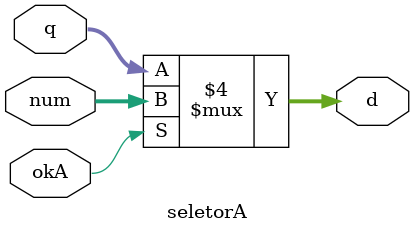
<source format=sv>
module seletorA(input logic okA, input[7:0] q, input[7:0]num, output [7:0]d);

always@(*)
	
	if(okA == 1) begin
		d = num;
	end
	else begin
		d = q;
	end

endmodule

</source>
